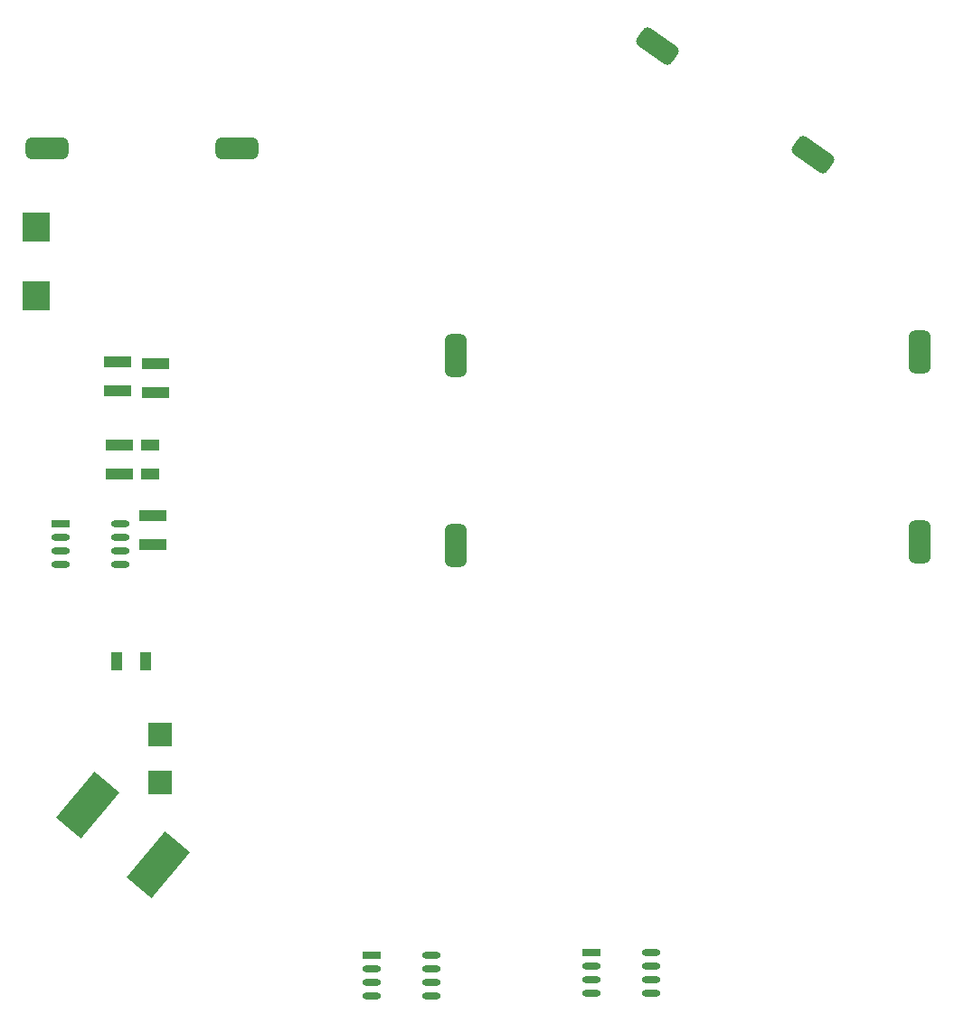
<source format=gtp>
G04 Layer_Color=8421504*
%FSLAX23Y23*%
%MOIN*%
G70*
G01*
G75*
%ADD10R,0.102X0.043*%
%ADD11R,0.067X0.043*%
G04:AMPARAMS|DCode=12|XSize=157mil|YSize=79mil|CornerRadius=20mil|HoleSize=0mil|Usage=FLASHONLY|Rotation=270.000|XOffset=0mil|YOffset=0mil|HoleType=Round|Shape=RoundedRectangle|*
%AMROUNDEDRECTD12*
21,1,0.157,0.039,0,0,270.0*
21,1,0.118,0.079,0,0,270.0*
1,1,0.039,-0.020,-0.059*
1,1,0.039,-0.020,0.059*
1,1,0.039,0.020,0.059*
1,1,0.039,0.020,-0.059*
%
%ADD12ROUNDEDRECTD12*%
G04:AMPARAMS|DCode=13|XSize=157mil|YSize=79mil|CornerRadius=20mil|HoleSize=0mil|Usage=FLASHONLY|Rotation=145.000|XOffset=0mil|YOffset=0mil|HoleType=Round|Shape=RoundedRectangle|*
%AMROUNDEDRECTD13*
21,1,0.157,0.039,0,0,145.0*
21,1,0.118,0.079,0,0,145.0*
1,1,0.039,-0.037,0.050*
1,1,0.039,0.060,-0.018*
1,1,0.039,0.037,-0.050*
1,1,0.039,-0.060,0.018*
%
%ADD13ROUNDEDRECTD13*%
G04:AMPARAMS|DCode=14|XSize=220mil|YSize=120mil|CornerRadius=0mil|HoleSize=0mil|Usage=FLASHONLY|Rotation=230.000|XOffset=0mil|YOffset=0mil|HoleType=Round|Shape=Rectangle|*
%AMROTATEDRECTD14*
4,1,4,0.025,0.123,0.117,0.046,-0.025,-0.123,-0.117,-0.046,0.025,0.123,0.0*
%
%ADD14ROTATEDRECTD14*%

%ADD15R,0.100X0.109*%
%ADD16R,0.043X0.067*%
G04:AMPARAMS|DCode=17|XSize=157mil|YSize=79mil|CornerRadius=20mil|HoleSize=0mil|Usage=FLASHONLY|Rotation=0.000|XOffset=0mil|YOffset=0mil|HoleType=Round|Shape=RoundedRectangle|*
%AMROUNDEDRECTD17*
21,1,0.157,0.039,0,0,0.0*
21,1,0.118,0.079,0,0,0.0*
1,1,0.039,0.059,-0.020*
1,1,0.039,-0.059,-0.020*
1,1,0.039,-0.059,0.020*
1,1,0.039,0.059,0.020*
%
%ADD17ROUNDEDRECTD17*%
%ADD18O,0.069X0.026*%
%ADD19R,0.069X0.026*%
%ADD20R,0.091X0.091*%
D10*
X-7175Y-156D02*
D03*
Y-50D02*
D03*
X-7050Y-309D02*
D03*
Y-415D02*
D03*
X-7040Y145D02*
D03*
Y251D02*
D03*
X-7180Y256D02*
D03*
Y150D02*
D03*
D11*
X-7060Y-50D02*
D03*
Y-156D02*
D03*
D12*
X-5935Y280D02*
D03*
Y-420D02*
D03*
X-4225Y295D02*
D03*
Y-405D02*
D03*
D13*
X-4618Y1019D02*
D03*
X-5192Y1421D02*
D03*
D14*
X-7292Y-1375D02*
D03*
X-7030Y-1595D02*
D03*
D15*
X-7480Y755D02*
D03*
Y501D02*
D03*
D16*
X-7185Y-845D02*
D03*
X-7079D02*
D03*
D17*
X-7440Y1045D02*
D03*
X-6740D02*
D03*
D18*
X-6025Y-2080D02*
D03*
Y-2030D02*
D03*
Y-1980D02*
D03*
Y-1930D02*
D03*
X-6245Y-2080D02*
D03*
Y-2030D02*
D03*
Y-1980D02*
D03*
X-5215Y-2070D02*
D03*
Y-2020D02*
D03*
Y-1970D02*
D03*
Y-1920D02*
D03*
X-5435Y-2070D02*
D03*
Y-2020D02*
D03*
Y-1970D02*
D03*
X-7170Y-490D02*
D03*
Y-440D02*
D03*
Y-390D02*
D03*
Y-340D02*
D03*
X-7390Y-490D02*
D03*
Y-440D02*
D03*
Y-390D02*
D03*
D19*
X-6245Y-1930D02*
D03*
X-5435Y-1920D02*
D03*
X-7390Y-340D02*
D03*
D20*
X-7025Y-1115D02*
D03*
Y-1292D02*
D03*
M02*

</source>
